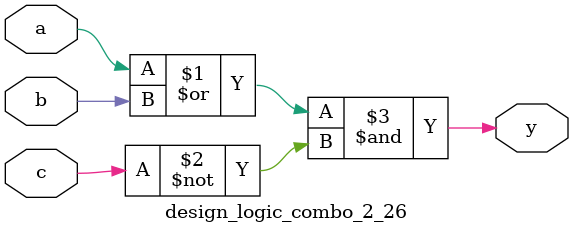
<source format=sv>
module design_logic_combo_2_26(input logic a,b,c, output logic y);
  assign y = (a | b) & (~c);
endmodule

</source>
